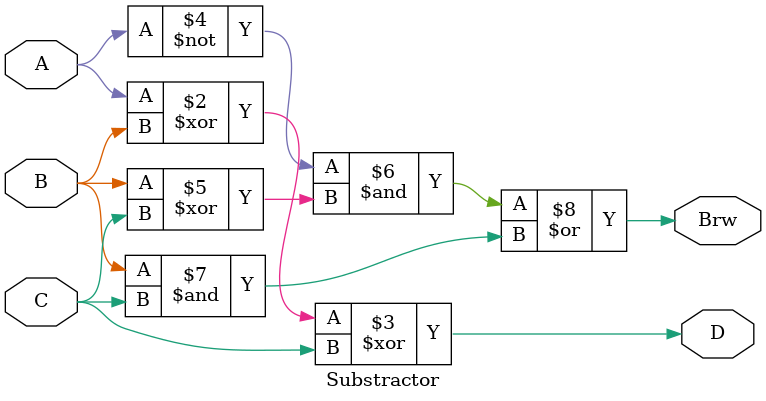
<source format=v>
`timescale 1ns / 1ps


module Substractor(
input A,B,C, 
output reg D,Brw
    );
    always @(*)
    begin
    D = A ^ B ^C;
    Brw = (~ A) &(B^C) | B&C; 

    end
endmodule

</source>
